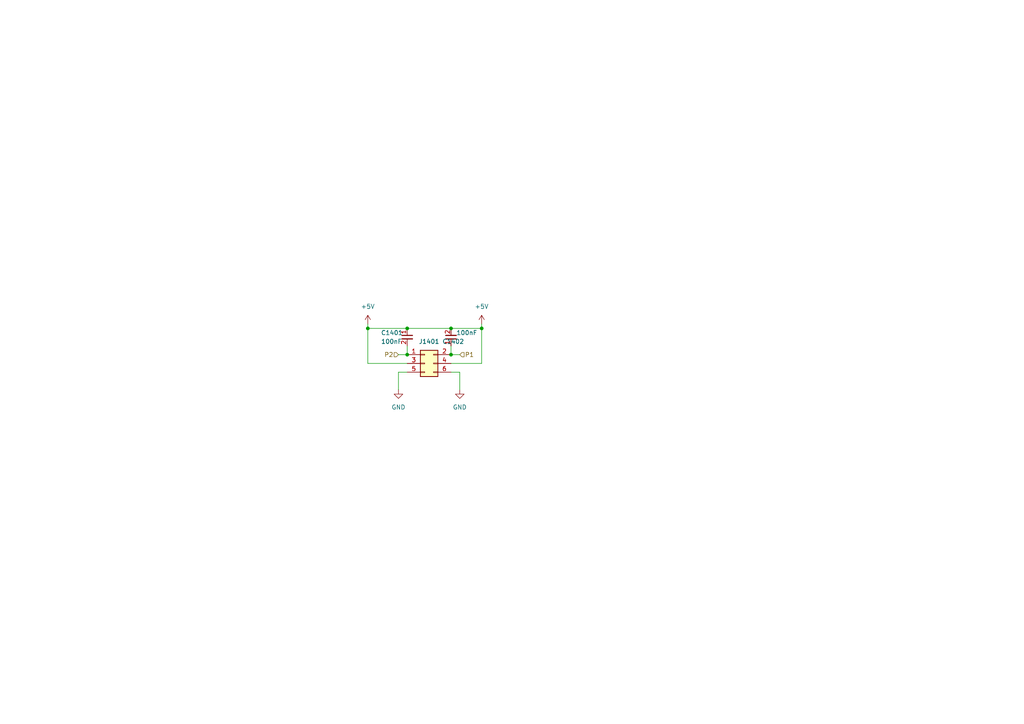
<source format=kicad_sch>
(kicad_sch (version 20231120) (generator "eeschema") (generator_version "8.0")
  (paper "A4")
  (lib_symbols
    (symbol "Connector_Generic:Conn_02x03_Odd_Even" (pin_names (offset 1.016) hide)
      (property "Reference" "J" (at 1.27 5.08 0))
      (property "Value" "Conn_02x03_Odd_Even" (at 1.27 -5.08 0))
      (symbol "Conn_02x03_Odd_Even_1_1"
        (rectangle (start -1.27 -2.413) (end 0 -2.667) (stroke (width 0.1524)))
        (rectangle (start -1.27 0.127) (end 0 -0.127) (stroke (width 0.1524)))
        (rectangle (start -1.27 2.667) (end 0 2.413) (stroke (width 0.1524)))
        (rectangle (start -1.27 3.81) (end 3.81 -3.81) (stroke (width 0.254)) (fill (type background)))
        (rectangle (start 3.81 -2.413) (end 2.54 -2.667) (stroke (width 0.1524)))
        (rectangle (start 3.81 0.127) (end 2.54 -0.127) (stroke (width 0.1524)))
        (rectangle (start 3.81 2.667) (end 2.54 2.413) (stroke (width 0.1524)))
        (pin passive line (at -5.08 2.54 0) (length 3.81) (name "Pin_1") (number "1"))
        (pin passive line (at 7.62 2.54 180) (length 3.81) (name "Pin_2") (number "2"))
        (pin passive line (at -5.08 0 0) (length 3.81) (name "Pin_3") (number "3"))
        (pin passive line (at 7.62 0 180) (length 3.81) (name "Pin_4") (number "4"))
        (pin passive line (at -5.08 -2.54 0) (length 3.81) (name "Pin_5") (number "5"))
        (pin passive line (at 7.62 -2.54 180) (length 3.81) (name "Pin_6") (number "6"))
      )
    )
    (symbol "capacitor_miscellaneous:C_0402_100nF"
      (property "Reference" "C" (at 1.27 2.54 0))
      (property "Value" "100nF" (at 3.81 -2.54 0))
      (symbol "C_0402_100nF_0_1"
        (polyline (pts (xy -1.524 -0.508) (xy 1.524 -0.508)) (stroke (width 0.3302)))
        (polyline (pts (xy -1.524 0.508) (xy 1.524 0.508)) (stroke (width 0.3048)))
      )
      (symbol "C_0402_100nF_1_1"
        (pin passive line (at 0 2.54 270) (length 2.032) (name "~") (number "1"))
        (pin passive line (at 0 -2.54 90) (length 2.032) (name "~") (number "2"))
      )
    )
    (symbol "power:+5V" (power) (pin_names (offset 0))
      (property "Value" "+5V" (at 0 3.556 0))
      (symbol "+5V_0_1"
        (polyline (pts (xy -0.762 1.27) (xy 0 2.54)))
        (polyline (pts (xy 0 0) (xy 0 2.54)))
        (polyline (pts (xy 0 2.54) (xy 0.762 1.27)))
      )
      (symbol "+5V_1_1"
        (pin power_in line (at 0 0 90) (length 0) hide (name "+5V") (number "1"))
      )
    )
    (symbol "power:GND" (power) (pin_names (offset 0))
      (property "Value" "GND" (at 0 -3.81 0))
      (symbol "GND_0_1"
        (polyline (pts (xy 0 0) (xy 0 -1.27) (xy 1.27 -1.27) (xy 0 -2.54) (xy -1.27 -1.27) (xy 0 -1.27)))
      )
      (symbol "GND_1_1"
        (pin power_in line (at 0 0 270) (length 0) hide (name "GND") (number "1"))
      )
    )
  )
  (junction (at 118.11 102.87))
  (junction (at 130.81 102.87))
  (junction (at 130.81 95.25))
  (junction (at 106.68 95.25))
  (junction (at 118.11 95.25))
  (junction (at 139.7 95.25))
  (wire (pts (xy 118.11 100.33) (xy 118.11 102.87)))
  (wire (pts (xy 133.35 107.95) (xy 130.81 107.95)))
  (wire (pts (xy 130.81 95.25) (xy 139.7 95.25)))
  (wire (pts (xy 139.7 95.25) (xy 139.7 105.41)))
  (wire (pts (xy 115.57 107.95) (xy 118.11 107.95)))
  (wire (pts (xy 130.81 105.41) (xy 139.7 105.41)))
  (wire (pts (xy 106.68 95.25) (xy 118.11 95.25)))
  (wire (pts (xy 118.11 105.41) (xy 106.68 105.41)))
  (wire (pts (xy 130.81 102.87) (xy 133.35 102.87)))
  (wire (pts (xy 106.68 93.98) (xy 106.68 95.25)))
  (wire (pts (xy 106.68 105.41) (xy 106.68 95.25)))
  (wire (pts (xy 130.81 100.33) (xy 130.81 102.87)))
  (wire (pts (xy 139.7 93.98) (xy 139.7 95.25)))
  (wire (pts (xy 118.11 95.25) (xy 130.81 95.25)))
  (wire (pts (xy 133.35 107.95) (xy 133.35 113.03)))
  (wire (pts (xy 115.57 107.95) (xy 115.57 113.03)))
  (wire (pts (xy 115.57 102.87) (xy 118.11 102.87)))
  (hierarchical_label "P1" (shape input) (at 133.35 102.87 0))
  (hierarchical_label "P2" (shape input) (at 115.57 102.87 180))
  (symbol (lib_id "power:GND") (at 133.35 113.03 0) (unit 1)
    (property "Reference" "#PWR01401" (effects (hide yes)))
    (property "Value" "GND" (at 133.35 118.11 0))
  )
  (symbol (lib_id "capacitor_miscellaneous:C_0402_100nF") (at 118.11 97.79 0) (unit 1)
    (property "Reference" "C1401" (at 110.49 96.52 0) (effects (justify left)))
    (property "Value" "100nF" (at 110.49 99.06 0) (effects (justify left)))
    (property "Footprint" "Capacitor_SMD:C_0402_1005Metric" (effects (hide yes)))
    (property "JLCPCB Part#" "C307331" (effects (hide yes)))
  )
  (symbol (lib_id "power:+5V") (at 106.68 93.98 0) (unit 1)
    (property "Reference" "#PWR01404" (effects (hide yes)))
    (property "Value" "+5V" (at 106.68 88.9 0))
  )
  (symbol (lib_id "capacitor_miscellaneous:C_0402_100nF") (at 130.81 97.79 180) (unit 1)
    (property "Reference" "C1402" (at 134.62 99.06 0) (effects (justify left)))
    (property "Value" "100nF" (at 138.43 96.52 0) (effects (justify left)))
    (property "Footprint" "Capacitor_SMD:C_0402_1005Metric" (effects (hide yes)))
    (property "JLCPCB Part#" "C307331" (effects (hide yes)))
  )
  (symbol (lib_id "power:GND") (at 115.57 113.03 0) (mirror y) (unit 1)
    (property "Reference" "#PWR01403" (effects (hide yes)))
    (property "Value" "GND" (at 115.57 118.11 0))
  )
  (symbol (lib_id "Connector_Generic:Conn_02x03_Odd_Even") (at 123.19 105.41 0) (unit 1)
    (property "Reference" "J1401" (at 124.46 99.06 0))
    (property "Value" "Conn_02x03_Odd_Even" (effects (hide yes)))
    (property "Footprint" "Connector_PinHeader_2.54mm:PinHeader_2x03_P2.54mm_Vertical" (effects (hide yes)))
    (property "JLCPCB Part#" "C65114" (effects (hide yes)))
  )
  (symbol (lib_id "power:+5V") (at 139.7 93.98 0) (unit 1)
    (property "Reference" "#PWR01402" (effects (hide yes)))
    (property "Value" "+5V" (at 139.7 88.9 0))
  )
)
</source>
